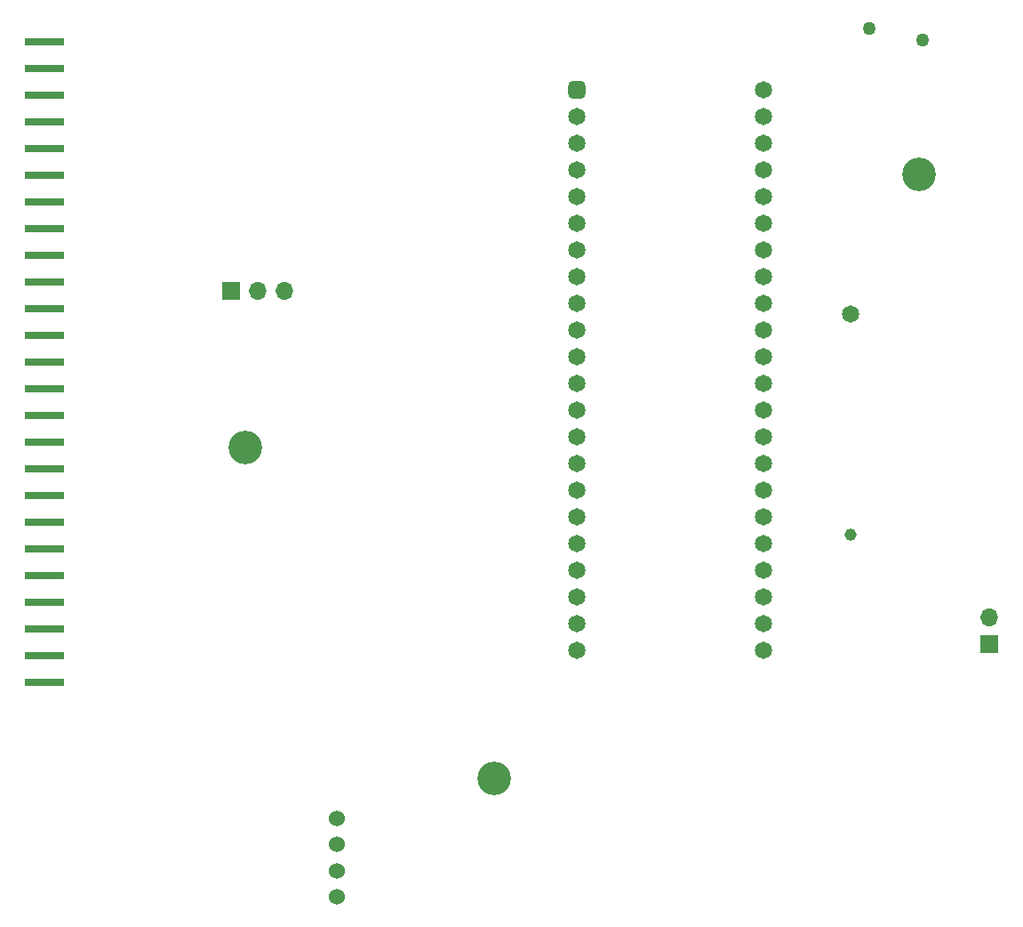
<source format=gbr>
%TF.GenerationSoftware,KiCad,Pcbnew,(6.0.2)*%
%TF.CreationDate,2022-04-15T06:19:47-06:00*%
%TF.ProjectId,XCVR_F4Lite_SMD_V1,58435652-5f46-4344-9c69-74655f534d44,rev?*%
%TF.SameCoordinates,Original*%
%TF.FileFunction,Soldermask,Bot*%
%TF.FilePolarity,Negative*%
%FSLAX46Y46*%
G04 Gerber Fmt 4.6, Leading zero omitted, Abs format (unit mm)*
G04 Created by KiCad (PCBNEW (6.0.2)) date 2022-04-15 06:19:47*
%MOMM*%
%LPD*%
G01*
G04 APERTURE LIST*
G04 Aperture macros list*
%AMRoundRect*
0 Rectangle with rounded corners*
0 $1 Rounding radius*
0 $2 $3 $4 $5 $6 $7 $8 $9 X,Y pos of 4 corners*
0 Add a 4 corners polygon primitive as box body*
4,1,4,$2,$3,$4,$5,$6,$7,$8,$9,$2,$3,0*
0 Add four circle primitives for the rounded corners*
1,1,$1+$1,$2,$3*
1,1,$1+$1,$4,$5*
1,1,$1+$1,$6,$7*
1,1,$1+$1,$8,$9*
0 Add four rect primitives between the rounded corners*
20,1,$1+$1,$2,$3,$4,$5,0*
20,1,$1+$1,$4,$5,$6,$7,0*
20,1,$1+$1,$6,$7,$8,$9,0*
20,1,$1+$1,$8,$9,$2,$3,0*%
G04 Aperture macros list end*
%ADD10R,3.800000X0.750000*%
%ADD11C,1.524000*%
%ADD12C,3.200000*%
%ADD13C,1.270000*%
%ADD14R,1.700000X1.700000*%
%ADD15O,1.700000X1.700000*%
%ADD16C,1.150000*%
%ADD17C,1.650000*%
%ADD18RoundRect,0.412500X-0.412500X-0.412500X0.412500X-0.412500X0.412500X0.412500X-0.412500X0.412500X0*%
G04 APERTURE END LIST*
D10*
%TO.C,J3*%
X107017820Y-129484120D03*
X107017820Y-126944120D03*
X107017820Y-124404120D03*
X107017820Y-121864120D03*
X107017820Y-119324120D03*
X107017820Y-116784120D03*
X107017820Y-114244120D03*
X107017820Y-111704120D03*
X107017820Y-109164120D03*
X107017820Y-106624120D03*
X107017820Y-104084120D03*
X107017820Y-101544120D03*
X107017820Y-99004120D03*
X107017820Y-96464120D03*
X107017820Y-93924120D03*
X107017820Y-91384120D03*
X107017820Y-88844120D03*
X107017820Y-86304120D03*
X107017820Y-83764120D03*
X107017820Y-81224120D03*
X107017820Y-78684120D03*
X107017820Y-76144120D03*
X107017820Y-73604120D03*
X107017820Y-71064120D03*
X107017820Y-68524120D03*
%TD*%
D11*
%TO.C,J4*%
X134917180Y-149919060D03*
X134917180Y-147419060D03*
X134917180Y-144919060D03*
X134917180Y-142419060D03*
%TD*%
D12*
%TO.C,REF\u002A\u002A*%
X149900640Y-138628120D03*
%TD*%
%TO.C,REF\u002A\u002A*%
X126138940Y-107116880D03*
%TD*%
%TO.C,REF\u002A\u002A*%
X190314580Y-81127600D03*
%TD*%
D13*
%TO.C,F1*%
X190705740Y-68392040D03*
X185625740Y-67249040D03*
%TD*%
D14*
%TO.C,J1*%
X197063360Y-125839219D03*
D15*
X197063360Y-123299219D03*
%TD*%
D16*
%TO.C,SD1*%
X183833420Y-115422740D03*
D17*
X183833420Y-94422740D03*
%TD*%
D14*
%TO.C,J2*%
X124780040Y-92280740D03*
D15*
X127320040Y-92280740D03*
X129860040Y-92280740D03*
%TD*%
D18*
%TO.C,U6*%
X157746700Y-73103740D03*
D17*
X157746700Y-75643740D03*
X157746700Y-78183740D03*
X157746700Y-80723740D03*
X157746700Y-83263740D03*
X157746700Y-85803740D03*
X157746700Y-88343740D03*
X157746700Y-90883740D03*
X157746700Y-93423740D03*
X157746700Y-95963740D03*
X157746700Y-98503740D03*
X157746700Y-101043740D03*
X157746700Y-103583740D03*
X157746700Y-106123740D03*
X157746700Y-108663740D03*
X157746700Y-111203740D03*
X157746700Y-113743740D03*
X157746700Y-116283740D03*
X157746700Y-118823740D03*
X157746700Y-121363740D03*
X157746700Y-123903740D03*
X157746700Y-126443740D03*
X175526700Y-126443740D03*
X175526700Y-123903740D03*
X175526700Y-121363740D03*
X175526700Y-118823740D03*
X175526700Y-116283740D03*
X175526700Y-113743740D03*
X175526700Y-111203740D03*
X175526700Y-108663740D03*
X175526700Y-106123740D03*
X175526700Y-103583740D03*
X175526700Y-101043740D03*
X175526700Y-98503740D03*
X175526700Y-95963740D03*
X175526700Y-93423740D03*
X175526700Y-90883740D03*
X175526700Y-88343740D03*
X175526700Y-85803740D03*
X175526700Y-83263740D03*
X175526700Y-80723740D03*
X175526700Y-78183740D03*
X175526700Y-75643740D03*
X175526700Y-73103740D03*
%TD*%
M02*

</source>
